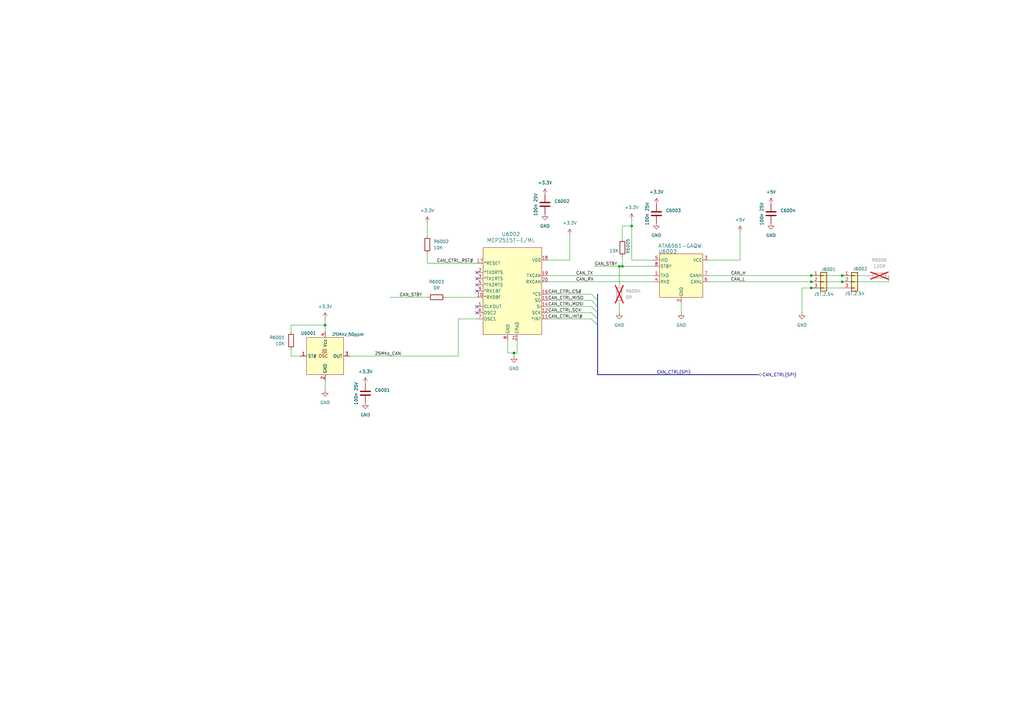
<source format=kicad_sch>
(kicad_sch (version 20231120) (generator "eeschema") (generator_version "8.0")
  (paper "A3")
  (lib_symbols
    (symbol "bt_capacitor:C;M;100n;10p;25V;S;0603" (pin_numbers hide) (pin_names (offset 0.254))
      (property "Reference" "C" (at 0.635 2.54 0))
      (property "Value" "100n 25V" (at 4.635 -2.54 0))
      (symbol "C;M;100n;10p;25V;S;0603_0_1"
        (polyline (pts (xy -2.032 -0.762) (xy 2.032 -0.762)) (stroke (width 0.508)))
        (polyline (pts (xy -2.032 0.762) (xy 2.032 0.762)) (stroke (width 0.508)))
      )
      (symbol "C;M;100n;10p;25V;S;0603_1_1"
        (pin passive line (at 0 3.81 270) (length 2.794) (name "~") (number "1"))
        (pin passive line (at 0 -3.81 90) (length 2.794) (name "~") (number "2"))
      )
    )
    (symbol "bt_communication:ATA6561-GAQW" (pin_names (offset 0.254))
      (property "Reference" "U" (at 20.32 10.16 0))
      (property "Value" "ATA6561-GAQW" (at 21.844 7.874 0))
      (symbol "ATA6561-GAQW_0_1"
        (pin unspecified line (at 5.08 -3.81 0) (length 2.54) (name "TXD") (number "1"))
        (pin power_out line (at 16.51 -15.24 90) (length 2.54) (name "GND") (number "2"))
        (pin power_in line (at 27.94 2.54 180) (length 2.54) (name "VCC") (number "3"))
        (pin unspecified line (at 5.08 -6.35 0) (length 2.54) (name "RXD") (number "4"))
        (pin unspecified line (at 5.08 2.54 0) (length 2.54) (name "VIO") (number "5"))
        (pin unspecified line (at 27.94 -6.35 180) (length 2.54) (name "CANL") (number "6"))
        (pin unspecified line (at 27.94 -3.81 180) (length 2.54) (name "CANH") (number "7"))
        (pin unspecified line (at 5.08 0 0) (length 2.54) (name "STBY") (number "8"))
      )
      (symbol "ATA6561-GAQW_1_1"
        (rectangle (start 7.62 5.08) (end 25.4 -12.7) (fill (type background)))
      )
    )
    (symbol "bt_communication:MCP2515T-E_ML" (pin_names (offset 0.254))
      (property "Reference" "U" (at 20.32 10.16 0))
      (property "Value" "MCP2515T-E/ML" (at 20.32 7.62 0))
      (symbol "MCP2515T-E_ML_0_1"
        (pin output line (at 0 -19.05 0) (length 2.54) (name "CLKOUT") (number "1"))
        (pin output line (at 0 -15.24 0) (length 2.54) (name "*RX0BF") (number "10"))
        (pin output line (at 29.21 -24.13 180) (length 2.54) (name "*INT") (number "11"))
        (pin input line (at 29.21 -21.59 180) (length 2.54) (name "SCK") (number "12"))
        (pin input line (at 29.21 -19.05 180) (length 2.54) (name "SI") (number "14"))
        (pin output line (at 29.21 -16.51 180) (length 2.54) (name "SO") (number "15"))
        (pin input line (at 29.21 -13.97 180) (length 2.54) (name "*CS") (number "16"))
        (pin input line (at 0 -1.27 0) (length 2.54) (name "*RESET") (number "17"))
        (pin power_in line (at 29.21 0 180) (length 2.54) (name "VDD") (number "18"))
        (pin output line (at 29.21 -6.35 180) (length 2.54) (name "TXCAN") (number "19"))
        (pin input line (at 0 -5.08 0) (length 2.54) (name "*TX0RTS") (number "2"))
        (pin input line (at 29.21 -8.89 180) (length 2.54) (name "RXCAN") (number "20"))
        (pin unspecified line (at 16.51 -33.02 90) (length 2.54) (name "EPAD") (number "21"))
        (pin input line (at 0 -7.62 0) (length 2.54) (name "*TX1RTS") (number "3"))
        (pin input line (at 0 -10.16 0) (length 2.54) (name "*TX2RTS") (number "5"))
        (pin output line (at 0 -21.59 0) (length 2.54) (name "OSC2") (number "6"))
        (pin input line (at 0 -24.13 0) (length 2.54) (name "OSC1") (number "7"))
        (pin power_in line (at 12.7 -33.02 90) (length 2.54) (name "GND") (number "8"))
        (pin output line (at 0 -12.7 0) (length 2.54) (name "*RX1BF") (number "9"))
      )
      (symbol "MCP2515T-E_ML_1_1"
        (rectangle (start 2.54 5.08) (end 26.67 -30.48) (fill (type background)))
        (pin no_connect line (at 10.16 -33.02 90) (length 2.54) hide (name "NC") (number "13"))
        (pin no_connect line (at 7.62 -33.02 90) (length 2.54) hide (name "NC") (number "4"))
      )
    )
    (symbol "bt_connector:M;JST;01x03;2.54" (pin_names (offset 1.016) hide)
      (property "Reference" "J" (at 0 5.08 0))
      (property "Value" "JST,2.54" (at 0 -5.08 0))
      (symbol "M;JST;01x03;2.54_1_1"
        (rectangle (start -1.27 -2.413) (end 0 -2.667) (stroke (width 0.1524)))
        (rectangle (start -1.27 0.127) (end 0 -0.127) (stroke (width 0.1524)))
        (rectangle (start -1.27 2.667) (end 0 2.413) (stroke (width 0.1524)))
        (rectangle (start -1.27 3.81) (end 1.27 -3.81) (stroke (width 0.254)) (fill (type background)))
        (pin passive line (at -5.08 2.54 0) (length 3.81) (name "Pin_1") (number "1"))
        (pin passive line (at -5.08 0 0) (length 3.81) (name "Pin_2") (number "2"))
        (pin passive line (at -5.08 -2.54 0) (length 3.81) (name "Pin_3") (number "3"))
      )
    )
    (symbol "bt_oscillator:OSC;25Mhz;50ppm;3v3;SG3225CAN"
      (property "Reference" "U" (at 0.762 1.27 0))
      (property "Value" "25Mhz,50ppm" (at 14.986 1.27 0))
      (symbol "OSC;25Mhz;50ppm;3v3;SG3225CAN_0_0"
        (pin input line (at -2.54 -7.62 0) (length 2.54) (name "ST#") (number "1"))
      )
      (symbol "OSC;25Mhz;50ppm;3v3;SG3225CAN_0_1"
        (polyline (pts (xy 6.35 -6.35) (xy 6.604 -6.35) (xy 6.604 -4.826) (xy 7.112 -4.826) (xy 7.112 -6.35) (xy 7.62 -6.35) (xy 7.62 -4.826) (xy 8.128 -4.826) (xy 8.128 -6.35) (xy 8.382 -6.35)))
        (rectangle (start 0 0) (end 15.24 -15.24) (fill (type background)))
      )
      (symbol "OSC;25Mhz;50ppm;3v3;SG3225CAN_1_0"
        (pin input line (at 7.62 -17.78 90) (length 2.54) (name "GND") (number "2"))
        (pin output line (at 17.78 -7.62 180) (length 2.54) (name "OUT") (number "3"))
        (pin power_in line (at 7.62 2.54 270) (length 2.54) (name "Vcc") (number "4"))
      )
      (symbol "OSC;25Mhz;50ppm;3v3;SG3225CAN_1_1"
        (text "OSC" (at 6.858 -7.62 0) (effects (font (size 1.27 1.27))))
      )
    )
    (symbol "bt_resistors:R;G;0R;10P0;S;0603" (pin_numbers hide) (pin_names (offset 0))
      (property "Reference" "R" (at 2.032 0 90))
      (property "Value" "0R" (at 0 0 90))
      (symbol "R;G;0R;10P0;S;0603_0_1"
        (rectangle (start -1.016 -2.54) (end 1.016 2.54) (stroke (width 0.254)))
      )
      (symbol "R;G;0R;10P0;S;0603_1_1"
        (pin passive line (at 0 3.81 270) (length 1.27) (name "~") (number "1"))
        (pin passive line (at 0 -3.81 90) (length 1.27) (name "~") (number "2"))
      )
    )
    (symbol "bt_resistors:R;G;10K;10P0;S;0603" (pin_numbers hide) (pin_names (offset 0))
      (property "Reference" "R" (at 2.032 0 90))
      (property "Value" "10K" (at 0 0 90))
      (symbol "R;G;10K;10P0;S;0603_0_1"
        (rectangle (start -1.016 -2.54) (end 1.016 2.54) (stroke (width 0.254)))
      )
      (symbol "R;G;10K;10P0;S;0603_1_1"
        (pin passive line (at 0 3.81 270) (length 1.27) (name "~") (number "1"))
        (pin passive line (at 0 -3.81 90) (length 1.27) (name "~") (number "2"))
      )
    )
    (symbol "bt_resistors:R;G;120R;10P0;S;0603" (pin_numbers hide) (pin_names (offset 0))
      (property "Reference" "R" (at 2.032 0 90))
      (property "Value" "120R" (at 0 0 90))
      (symbol "R;G;120R;10P0;S;0603_0_1"
        (rectangle (start -1.016 -2.54) (end 1.016 2.54) (stroke (width 0.254)))
      )
      (symbol "R;G;120R;10P0;S;0603_1_1"
        (pin passive line (at 0 3.81 270) (length 1.27) (name "~") (number "1"))
        (pin passive line (at 0 -3.81 90) (length 1.27) (name "~") (number "2"))
      )
    )
    (symbol "power:+3.3V" (power) (pin_numbers hide) (pin_names (offset 0) hide)
      (property "Value" "+3.3V" (at 0 3.556 0))
      (symbol "+3.3V_0_1"
        (polyline (pts (xy -0.762 1.27) (xy 0 2.54)))
        (polyline (pts (xy 0 0) (xy 0 2.54)))
        (polyline (pts (xy 0 2.54) (xy 0.762 1.27)))
      )
      (symbol "+3.3V_1_1"
        (pin power_in line (at 0 0 90) (length 0) (name "~") (number "1"))
      )
    )
    (symbol "power:+5V" (power) (pin_numbers hide) (pin_names (offset 0) hide)
      (property "Value" "+5V" (at 0 3.556 0))
      (symbol "+5V_0_1"
        (polyline (pts (xy -0.762 1.27) (xy 0 2.54)))
        (polyline (pts (xy 0 0) (xy 0 2.54)))
        (polyline (pts (xy 0 2.54) (xy 0.762 1.27)))
      )
      (symbol "+5V_1_1"
        (pin power_in line (at 0 0 90) (length 0) (name "~") (number "1"))
      )
    )
    (symbol "power:GND" (power) (pin_numbers hide) (pin_names (offset 0) hide)
      (property "Value" "GND" (at 0 -3.81 0))
      (symbol "GND_0_1"
        (polyline (pts (xy 0 0) (xy 0 -1.27) (xy 1.27 -1.27) (xy 0 -2.54) (xy -1.27 -1.27) (xy 0 -1.27)))
      )
      (symbol "GND_1_1"
        (pin power_in line (at 0 0 270) (length 0) (name "~") (number "1"))
      )
    )
  )
  (bus_alias "SPI" (members "CS#" "MOSI" "MISO" "SCK" "INT#" "INT1#"))
  (junction (at 210.82 144.78))
  (junction (at 332.74 115.57))
  (junction (at 332.74 118.11))
  (junction (at 254 109.22))
  (junction (at 259.08 92.71))
  (junction (at 255.27 109.22))
  (junction (at 133.35 133.35))
  (junction (at 345.44 115.57))
  (junction (at 332.74 113.03))
  (junction (at 345.44 113.03))
  (no_connect (at 195.58 125.73))
  (no_connect (at 195.58 114.3))
  (no_connect (at 195.58 119.38))
  (no_connect (at 195.58 116.84))
  (no_connect (at 195.58 128.27))
  (no_connect (at 195.58 111.76))
  (bus_entry (at 245.11 133.35) (size -2.54 -2.54))
  (bus_entry (at 245.11 123.19) (size -2.54 -2.54))
  (bus_entry (at 245.11 130.81) (size -2.54 -2.54))
  (bus_entry (at 245.11 128.27) (size -2.54 -2.54))
  (bus_entry (at 245.11 125.73) (size -2.54 -2.54))
  (wire (pts (xy 187.96 130.81) (xy 187.96 146.05)))
  (wire (pts (xy 254 109.22) (xy 254 116.84)))
  (wire (pts (xy 175.26 91.44) (xy 175.26 96.52)))
  (wire (pts (xy 332.74 115.57) (xy 345.44 115.57)))
  (bus (pts (xy 245.11 120.65) (xy 245.11 123.19)))
  (wire (pts (xy 195.58 130.81) (xy 187.96 130.81)))
  (wire (pts (xy 224.79 106.68) (xy 233.68 106.68)))
  (wire (pts (xy 224.79 113.03) (xy 267.97 113.03)))
  (wire (pts (xy 160.02 121.92) (xy 175.26 121.92)))
  (wire (pts (xy 345.44 113.03) (xy 356.87 113.03)))
  (wire (pts (xy 119.38 133.35) (xy 133.35 133.35)))
  (wire (pts (xy 133.35 133.35) (xy 133.35 135.89)))
  (wire (pts (xy 212.09 144.78) (xy 212.09 139.7)))
  (wire (pts (xy 279.4 124.46) (xy 279.4 128.27)))
  (wire (pts (xy 224.79 128.27) (xy 242.57 128.27)))
  (bus (pts (xy 245.11 128.27) (xy 245.11 130.81)))
  (wire (pts (xy 224.79 120.65) (xy 242.57 120.65)))
  (bus (pts (xy 245.11 123.19) (xy 245.11 125.73)))
  (wire (pts (xy 303.53 95.25) (xy 303.53 106.68)))
  (wire (pts (xy 254 109.22) (xy 255.27 109.22)))
  (wire (pts (xy 133.35 130.81) (xy 133.35 133.35)))
  (wire (pts (xy 255.27 97.79) (xy 255.27 92.71)))
  (wire (pts (xy 328.93 118.11) (xy 328.93 128.27)))
  (wire (pts (xy 243.84 109.22) (xy 254 109.22)))
  (wire (pts (xy 255.27 109.22) (xy 267.97 109.22)))
  (wire (pts (xy 224.79 123.19) (xy 242.57 123.19)))
  (wire (pts (xy 175.26 104.14) (xy 175.26 107.95)))
  (wire (pts (xy 259.08 92.71) (xy 259.08 106.68)))
  (bus (pts (xy 245.11 153.67) (xy 311.15 153.67)))
  (wire (pts (xy 290.83 113.03) (xy 332.74 113.03)))
  (wire (pts (xy 208.28 139.7) (xy 208.28 144.78)))
  (wire (pts (xy 259.08 90.17) (xy 259.08 92.71)))
  (wire (pts (xy 119.38 135.89) (xy 119.38 133.35)))
  (wire (pts (xy 303.53 106.68) (xy 290.83 106.68)))
  (wire (pts (xy 233.68 96.52) (xy 233.68 106.68)))
  (wire (pts (xy 267.97 106.68) (xy 259.08 106.68)))
  (wire (pts (xy 210.82 144.78) (xy 210.82 146.05)))
  (wire (pts (xy 254 124.46) (xy 254 128.27)))
  (wire (pts (xy 332.74 113.03) (xy 345.44 113.03)))
  (wire (pts (xy 187.96 146.05) (xy 143.51 146.05)))
  (wire (pts (xy 364.49 115.57) (xy 345.44 115.57)))
  (wire (pts (xy 290.83 115.57) (xy 332.74 115.57)))
  (wire (pts (xy 119.38 146.05) (xy 123.19 146.05)))
  (wire (pts (xy 133.35 156.21) (xy 133.35 160.02)))
  (wire (pts (xy 364.49 113.03) (xy 364.49 115.57)))
  (wire (pts (xy 224.79 130.81) (xy 242.57 130.81)))
  (bus (pts (xy 245.11 125.73) (xy 245.11 128.27)))
  (wire (pts (xy 208.28 144.78) (xy 210.82 144.78)))
  (wire (pts (xy 255.27 109.22) (xy 255.27 105.41)))
  (wire (pts (xy 255.27 92.71) (xy 259.08 92.71)))
  (wire (pts (xy 345.44 118.11) (xy 332.74 118.11)))
  (bus (pts (xy 245.11 133.35) (xy 245.11 153.67)))
  (wire (pts (xy 182.88 121.92) (xy 195.58 121.92)))
  (wire (pts (xy 119.38 143.51) (xy 119.38 146.05)))
  (wire (pts (xy 210.82 144.78) (xy 212.09 144.78)))
  (wire (pts (xy 195.58 107.95) (xy 175.26 107.95)))
  (wire (pts (xy 332.74 118.11) (xy 328.93 118.11)))
  (wire (pts (xy 224.79 125.73) (xy 242.57 125.73)))
  (wire (pts (xy 224.79 115.57) (xy 267.97 115.57)))
  (bus (pts (xy 245.11 130.81) (xy 245.11 133.35)))
  (label "CAN_CTRL.CS#" (at 224.79 120.65 0))
  (label "CAN_STBY" (at 163.83 121.92 0))
  (label "CAN_CTRL_RST#" (at 179.07 107.95 0))
  (label "CAN_TX" (at 236.22 113.03 0))
  (label "25Mhz_CAN" (at 153.67 146.05 0))
  (label "CAN_L" (at 299.72 115.57 0))
  (label "CAN_H" (at 299.72 113.03 0))
  (label "CAN_CTRL{SPI}" (at 269.24 153.67 0))
  (label "CAN_CTRL.INT#" (at 224.79 130.81 0))
  (label "CAN_STBY" (at 243.84 109.22 0))
  (label "CAN_CTRL.MISO" (at 224.79 123.19 0))
  (label "CAN_CTRL.MOSI" (at 224.79 125.73 0))
  (label "CAN_CTRL.SCK" (at 224.79 128.27 0))
  (label "CAN_RX" (at 236.22 115.57 0))
  (hierarchical_label "CAN_CTRL{SPI}" (shape bidirectional) (at 311.15 153.67 0))
  (symbol (lib_id "power:+3.3V") (at 233.68 96.52 0) (unit 1)
    (property "Reference" "#PWR06009" (effects (hide yes)))
    (property "Value" "+3.3V" (at 233.68 91.44 0))
    (property "Description" "Power symbol creates a global label with name \"+3.3V\"" (effects (hide yes)))
  )
  (symbol (lib_id "bt_connector:M;JST;01x03;2.54") (at 337.82 115.57 0) (unit 1)
    (property "Reference" "J6001" (at 336.804 110.49 0) (effects (justify left)))
    (property "Value" "JST,2.54" (at 333.756 120.65 0) (effects (justify left)))
    (property "Footprint" "Connector_JST:JST_EH_B3B-EH-A_1x03_P2.50mm_Vertical" (effects (hide yes)))
    (property "Description" "Generic connector, single row, 01x03, script generated (kicad-library-utils/schlib/autogen/connector/)" (effects (hide yes)))
    (property "CPN" "BT10003-00003" (effects (hide yes)))
    (property "MPN" "JST 3 pin" (effects (hide yes)))
    (property "SMT" "n" (effects (hide yes)))
  )
  (symbol (lib_id "power:+3.3V") (at 259.08 90.17 0) (unit 1)
    (property "Reference" "#PWR06011" (effects (hide yes)))
    (property "Value" "+3.3V" (at 259.08 85.09 0))
    (property "Description" "Power symbol creates a global label with name \"+3.3V\"" (effects (hide yes)))
  )
  (symbol (lib_id "power:GND") (at 269.24 91.44 0) (unit 1)
    (property "Reference" "#PWR06013" (effects (hide yes)))
    (property "Value" "GND" (at 269.24 96.52 0))
    (property "Description" "Power symbol creates a global label with name \"GND\" , ground" (effects (hide yes)))
  )
  (symbol (lib_id "bt_connector:M;JST;01x03;2.54") (at 350.52 115.57 0) (unit 1)
    (property "Reference" "J6002" (at 349.758 110.236 0) (effects (justify left)))
    (property "Value" "JST,2.54" (at 346.456 120.396 0) (effects (justify left)))
    (property "Footprint" "Connector_JST:JST_EH_B3B-EH-A_1x03_P2.50mm_Vertical" (effects (hide yes)))
    (property "Description" "Generic connector, single row, 01x03, script generated (kicad-library-utils/schlib/autogen/connector/)" (effects (hide yes)))
    (property "CPN" "BT10003-00003" (effects (hide yes)))
    (property "MPN" "JST 3 pin" (effects (hide yes)))
    (property "SMT" "n" (effects (hide yes)))
  )
  (symbol (lib_id "bt_resistors:R;G;120R;10P0;S;0603") (at 360.68 113.03 90) (unit 1) (dnp yes)
    (property "Reference" "R6006" (at 360.68 106.68 90))
    (property "Value" "120R" (at 360.68 109.22 90))
    (property "Footprint" "Resistor_SMD:R_0603_1608Metric" (effects (hide yes)))
    (property "Description" "Resistor" (effects (hide yes)))
    (property "MPN" "R;G;T1;S;P0603;NA" (effects (hide yes)))
    (property "CPN" "BT00002-01200" (effects (hide yes)))
  )
  (symbol (lib_id "power:GND") (at 316.23 91.44 0) (unit 1)
    (property "Reference" "#PWR06017" (effects (hide yes)))
    (property "Value" "GND" (at 316.23 96.52 0))
    (property "Description" "Power symbol creates a global label with name \"GND\" , ground" (effects (hide yes)))
  )
  (symbol (lib_id "power:+5V") (at 316.23 83.82 0) (unit 1)
    (property "Reference" "#PWR06016" (effects (hide yes)))
    (property "Value" "+5V" (at 316.23 78.74 0))
    (property "Description" "Power symbol creates a global label with name \"+5V\"" (effects (hide yes)))
  )
  (symbol (lib_id "power:GND") (at 149.86 165.1 0) (unit 1)
    (property "Reference" "#PWR06004" (effects (hide yes)))
    (property "Value" "GND" (at 149.86 170.18 0))
    (property "Description" "Power symbol creates a global label with name \"GND\" , ground" (effects (hide yes)))
  )
  (symbol (lib_id "power:+3.3V") (at 133.35 130.81 0) (mirror y) (unit 1)
    (property "Reference" "#PWR06001" (effects (hide yes)))
    (property "Value" "+3.3V" (at 133.35 125.73 0))
    (property "Description" "Power symbol creates a global label with name \"+3.3V\"" (effects (hide yes)))
  )
  (symbol (lib_id "power:+3.3V") (at 223.52 80.01 0) (unit 1)
    (property "Reference" "#PWR06007" (effects (hide yes)))
    (property "Value" "+3.3V" (at 223.52 74.93 0))
    (property "Description" "Power symbol creates a global label with name \"+3.3V\"" (effects (hide yes)))
  )
  (symbol (lib_id "bt_resistors:R;G;10K;10P0;S;0603") (at 119.38 139.7 0) (mirror y) (unit 1)
    (property "Reference" "R6001" (at 116.84 138.4299 0) (effects (justify left)))
    (property "Value" "10K" (at 116.84 140.9699 0) (effects (justify left)))
    (property "Footprint" "Resistor_SMD:R_0603_1608Metric" (effects (hide yes)))
    (property "Description" "Resistor" (effects (hide yes)))
    (property "MPN" "R;G;T1;S;P0603;NA" (effects (hide yes)))
    (property "CPN" "BT00002-30100" (effects (hide yes)))
  )
  (symbol (lib_id "power:GND") (at 223.52 87.63 0) (unit 1)
    (property "Reference" "#PWR06008" (effects (hide yes)))
    (property "Value" "GND" (at 223.52 92.71 0))
    (property "Description" "Power symbol creates a global label with name \"GND\" , ground" (effects (hide yes)))
  )
  (symbol (lib_id "bt_capacitor:C;M;100n;10p;25V;S;0603") (at 316.23 87.63 0) (unit 1)
    (property "Reference" "C6004" (at 320.04 86.3599 0) (effects (justify left)))
    (property "Value" "100n 25V" (at 312.42 92.456 90) (effects (justify left)))
    (property "Footprint" "Capacitor_SMD:C_0603_1608Metric" (effects (hide yes)))
    (property "Description" "Capacitor" (effects (hide yes)))
    (property "MPN" "C;C;T1;S;P0603;NA" (effects (hide yes)))
    (property "CPN" "BT00008-090680" (effects (hide yes)))
  )
  (symbol (lib_id "power:+3.3V") (at 269.24 83.82 0) (unit 1)
    (property "Reference" "#PWR06012" (effects (hide yes)))
    (property "Value" "+3.3V" (at 269.24 78.74 0))
    (property "Description" "Power symbol creates a global label with name \"+3.3V\"" (effects (hide yes)))
  )
  (symbol (lib_id "bt_resistors:R;G;10K;10P0;S;0603") (at 175.26 100.33 0) (unit 1)
    (property "Reference" "R6002" (at 177.8 99.0599 0) (effects (justify left)))
    (property "Value" "10K" (at 177.8 101.5999 0) (effects (justify left)))
    (property "Footprint" "Resistor_SMD:R_0603_1608Metric" (effects (hide yes)))
    (property "Description" "Resistor" (effects (hide yes)))
    (property "MPN" "R;G;T1;S;P0603;NA" (effects (hide yes)))
    (property "CPN" "BT00002-30100" (effects (hide yes)))
  )
  (symbol (lib_id "power:GND") (at 210.82 146.05 0) (unit 1)
    (property "Reference" "#PWR06006" (effects (hide yes)))
    (property "Value" "GND" (at 210.82 151.13 0))
    (property "Description" "Power symbol creates a global label with name \"GND\" , ground" (effects (hide yes)))
  )
  (symbol (lib_id "bt_communication:ATA6561-GAQW") (at 262.89 109.22 0) (unit 1)
    (property "Reference" "U6003" (at 273.812 103.124 0) (effects (font (size 1.524 1.524))))
    (property "Value" "ATA6561-GAQW" (at 278.892 100.838 0) (effects (font (size 1.524 1.524))))
    (property "Footprint" "bt_footprints:SOIC8_4P9X3P9MC_MCH" (effects (hide yes)))
    (property "Datasheet" "ATA6561-GAQW" (effects (hide yes)))
    (property "Description" "CAN transiver" (effects (hide yes)))
    (property "CPN" "BT02007-00001" (effects (hide yes)))
    (property "MPN" "ATA6561-GAQW" (effects (hide yes)))
    (property "SMT" "y" (effects (hide yes)))
  )
  (symbol (lib_id "power:+3.3V") (at 175.26 91.44 0) (unit 1)
    (property "Reference" "#PWR06005" (effects (hide yes)))
    (property "Value" "+3.3V" (at 175.26 86.36 0))
    (property "Description" "Power symbol creates a global label with name \"+3.3V\"" (effects (hide yes)))
  )
  (symbol (lib_id "bt_resistors:R;G;0R;10P0;S;0603") (at 254 120.65 180) (unit 1) (dnp yes)
    (property "Reference" "R6004" (at 256.54 119.3799 0) (effects (justify right)))
    (property "Value" "0R" (at 256.54 121.9199 0) (effects (justify right)))
    (property "Footprint" "Resistor_SMD:R_0603_1608Metric" (effects (hide yes)))
    (property "Description" "Resistor" (effects (hide yes)))
    (property "MPN" "R;G;T1;S;P0603;NA" (effects (hide yes)))
    (property "CPN" "BT00002-00000" (effects (hide yes)))
  )
  (symbol (lib_id "bt_oscillator:OSC;25Mhz;50ppm;3v3;SG3225CAN") (at 125.73 138.43 0) (unit 1)
    (property "Reference" "U6001" (at 126.492 136.652 0))
    (property "Value" "25Mhz,50ppm" (at 142.748 137.16 0))
    (property "Footprint" "Oscillator:Oscillator_SMD_SeikoEpson_SG8002CE-4Pin_3.2x2.5mm" (effects (hide yes)))
    (property "Description" "3V3 oscillator 25Mhz 50ppm" (effects (hide yes)))
    (property "MPN" "SG3225CAN 25.0000M-TJGA6" (effects (hide yes)))
    (property "CPN" "BT05001-25601" (effects (hide yes)))
  )
  (symbol (lib_id "bt_resistors:R;G;10K;10P0;S;0603") (at 255.27 101.6 0) (unit 1)
    (property "Reference" "R6005" (at 257.556 104.14 90) (effects (justify left)))
    (property "Value" "10K" (at 249.936 102.87 0) (effects (justify left)))
    (property "Footprint" "Resistor_SMD:R_0603_1608Metric" (effects (hide yes)))
    (property "Description" "Resistor" (effects (hide yes)))
    (property "MPN" "R;G;T1;S;P0603;NA" (effects (hide yes)))
    (property "CPN" "BT00002-30100" (effects (hide yes)))
  )
  (symbol (lib_id "power:GND") (at 279.4 128.27 0) (unit 1)
    (property "Reference" "#PWR06014" (effects (hide yes)))
    (property "Value" "GND" (at 279.4 133.35 0))
    (property "Description" "Power symbol creates a global label with name \"GND\" , ground" (effects (hide yes)))
  )
  (symbol (lib_id "bt_resistors:R;G;0R;10P0;S;0603") (at 179.07 121.92 90) (unit 1)
    (property "Reference" "R6003" (at 179.07 115.57 90))
    (property "Value" "0R" (at 179.07 118.11 90))
    (property "Footprint" "Resistor_SMD:R_0603_1608Metric" (effects (hide yes)))
    (property "Description" "Resistor" (effects (hide yes)))
    (property "MPN" "R;G;T1;S;P0603;NA" (effects (hide yes)))
    (property "CPN" "BT00002-00000" (effects (hide yes)))
  )
  (symbol (lib_id "power:GND") (at 133.35 160.02 0) (mirror y) (unit 1)
    (property "Reference" "#PWR06002" (effects (hide yes)))
    (property "Value" "GND" (at 133.35 165.1 0))
    (property "Description" "Power symbol creates a global label with name \"GND\" , ground" (effects (hide yes)))
  )
  (symbol (lib_id "power:GND") (at 254 128.27 0) (unit 1)
    (property "Reference" "#PWR06010" (effects (hide yes)))
    (property "Value" "GND" (at 254 133.35 0))
    (property "Description" "Power symbol creates a global label with name \"GND\" , ground" (effects (hide yes)))
  )
  (symbol (lib_id "power:+5V") (at 303.53 95.25 0) (unit 1)
    (property "Reference" "#PWR06015" (effects (hide yes)))
    (property "Value" "+5V" (at 303.53 90.17 0))
    (property "Description" "Power symbol creates a global label with name \"+5V\"" (effects (hide yes)))
  )
  (symbol (lib_id "bt_capacitor:C;M;100n;10p;25V;S;0603") (at 269.24 87.63 0) (unit 1)
    (property "Reference" "C6003" (at 273.05 86.3599 0) (effects (justify left)))
    (property "Value" "100n 25V" (at 265.43 92.456 90) (effects (justify left)))
    (property "Footprint" "Capacitor_SMD:C_0603_1608Metric" (effects (hide yes)))
    (property "Description" "Capacitor" (effects (hide yes)))
    (property "MPN" "C;C;T1;S;P0603;NA" (effects (hide yes)))
    (property "CPN" "BT00008-090680" (effects (hide yes)))
  )
  (symbol (lib_id "power:GND") (at 328.93 128.27 0) (unit 1)
    (property "Reference" "#PWR06018" (effects (hide yes)))
    (property "Value" "GND" (at 328.93 133.35 0))
    (property "Description" "Power symbol creates a global label with name \"GND\" , ground" (effects (hide yes)))
  )
  (symbol (lib_id "bt_capacitor:C;M;100n;10p;25V;S;0603") (at 149.86 161.29 0) (unit 1)
    (property "Reference" "C6001" (at 153.67 160.0199 0) (effects (justify left)))
    (property "Value" "100n 25V" (at 146.05 166.116 90) (effects (justify left)))
    (property "Footprint" "Capacitor_SMD:C_0603_1608Metric" (effects (hide yes)))
    (property "Description" "Capacitor" (effects (hide yes)))
    (property "MPN" "C;C;T1;S;P0603;NA" (effects (hide yes)))
    (property "CPN" "BT00008-090680" (effects (hide yes)))
  )
  (symbol (lib_id "bt_communication:MCP2515T-E_ML") (at 195.58 106.68 0) (unit 1)
    (property "Reference" "U6002" (at 209.55 96.012 0) (effects (font (size 1.524 1.524))))
    (property "Value" "MCP2515T-E/ML" (at 209.55 98.552 0) (effects (font (size 1.524 1.524))))
    (property "Footprint" "bt_footprints:QFN20_4x4MC_MCH" (effects (hide yes)))
    (property "Datasheet" "MCP2515T-E/ML" (effects (hide yes)))
    (property "Description" "SPI CAN Controller" (effects (hide yes)))
    (property "CPN" "BT02006-00001 MCP2515" (effects (hide yes)))
    (property "MPN" "MCP2515T-E/ML" (effects (hide yes)))
    (property "SMT" "y" (effects (hide yes)))
  )
  (symbol (lib_id "bt_capacitor:C;M;100n;10p;25V;S;0603") (at 223.52 83.82 0) (unit 1)
    (property "Reference" "C6002" (at 227.33 82.5499 0) (effects (justify left)))
    (property "Value" "100n 25V" (at 219.71 88.646 90) (effects (justify left)))
    (property "Footprint" "Capacitor_SMD:C_0603_1608Metric" (effects (hide yes)))
    (property "Description" "Capacitor" (effects (hide yes)))
    (property "MPN" "C;C;T1;S;P0603;NA" (effects (hide yes)))
    (property "CPN" "BT00008-090680" (effects (hide yes)))
  )
  (symbol (lib_id "power:+3.3V") (at 149.86 157.48 0) (unit 1)
    (property "Reference" "#PWR06003" (effects (hide yes)))
    (property "Value" "+3.3V" (at 149.86 152.4 0))
    (property "Description" "Power symbol creates a global label with name \"+3.3V\"" (effects (hide yes)))
  )
)
</source>
